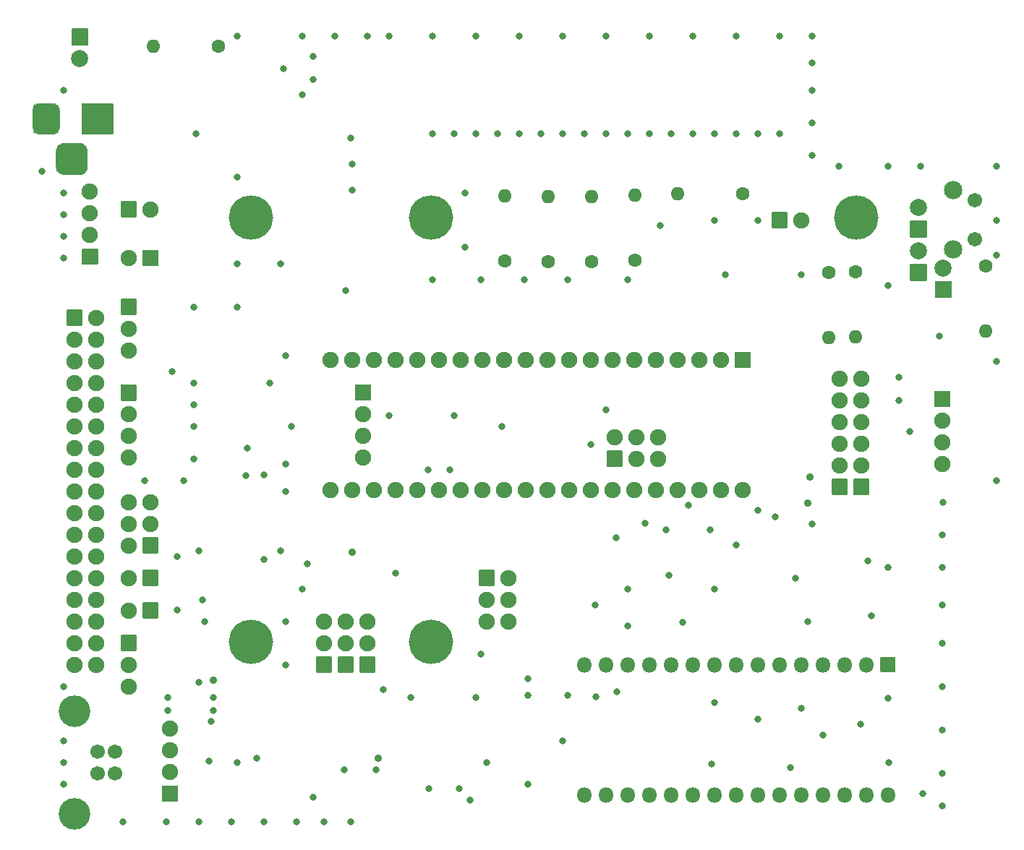
<source format=gbr>
G04 #@! TF.GenerationSoftware,KiCad,Pcbnew,(5.1.9)-1*
G04 #@! TF.CreationDate,2021-03-28T09:01:11+01:00*
G04 #@! TF.ProjectId,Greaseweazle F1 Gotek Rev 2B,47726561-7365-4776-9561-7a6c65204631,2B*
G04 #@! TF.SameCoordinates,PX6312cb0PY6bcb370*
G04 #@! TF.FileFunction,Soldermask,Bot*
G04 #@! TF.FilePolarity,Negative*
%FSLAX46Y46*%
G04 Gerber Fmt 4.6, Leading zero omitted, Abs format (unit mm)*
G04 Created by KiCad (PCBNEW (5.1.9)-1) date 2021-03-28 09:01:11*
%MOMM*%
%LPD*%
G01*
G04 APERTURE LIST*
%ADD10C,1.900000*%
%ADD11O,1.900000X1.900000*%
%ADD12C,2.000000*%
%ADD13C,5.200000*%
%ADD14C,1.600000*%
%ADD15O,1.600000X1.600000*%
%ADD16O,1.800000X1.800000*%
%ADD17C,1.701140*%
%ADD18C,3.700120*%
%ADD19C,2.150000*%
%ADD20C,1.708000*%
%ADD21C,0.800000*%
%ADD22C,0.900000*%
%ADD23C,0.100000*%
G04 APERTURE END LIST*
D10*
X57150000Y26657300D03*
X59690000Y26657300D03*
X62230000Y26593800D03*
G36*
G01*
X56300000Y25067300D02*
X58000000Y25067300D01*
G75*
G02*
X58100000Y24967300I0J-100000D01*
G01*
X58100000Y23267300D01*
G75*
G02*
X58000000Y23167300I-100000J0D01*
G01*
X56300000Y23167300D01*
G75*
G02*
X56200000Y23267300I0J100000D01*
G01*
X56200000Y24967300D01*
G75*
G02*
X56300000Y25067300I100000J0D01*
G01*
G37*
X62230000Y24117300D03*
X59690000Y24117300D03*
X23876000Y35687000D03*
X23876000Y20447000D03*
X26416000Y35687000D03*
X26416000Y20447000D03*
X28956000Y35687000D03*
X28956000Y20447000D03*
X31496000Y35687000D03*
X31496000Y20447000D03*
X34036000Y35687000D03*
X34036000Y20447000D03*
X36576000Y35687000D03*
X36576000Y20447000D03*
X39116000Y35687000D03*
X39116000Y20447000D03*
X41656000Y35687000D03*
X41656000Y20447000D03*
X44196000Y35687000D03*
X44196000Y20447000D03*
X46736000Y35687000D03*
X46736000Y20447000D03*
X49276000Y35687000D03*
X49276000Y20447000D03*
X51816000Y35687000D03*
X51816000Y20447000D03*
X54356000Y35687000D03*
X54356000Y20447000D03*
X56896000Y35687000D03*
X56896000Y20447000D03*
X59436000Y35687000D03*
X59436000Y20447000D03*
X61976000Y35687000D03*
X61976000Y20447000D03*
X64516000Y35687000D03*
X64516000Y20447000D03*
X67056000Y35687000D03*
X67056000Y20447000D03*
X69596000Y35687000D03*
X69596000Y20447000D03*
G36*
G01*
X71286000Y36637000D02*
X72986000Y36637000D01*
G75*
G02*
X73086000Y36537000I0J-100000D01*
G01*
X73086000Y34837000D01*
G75*
G02*
X72986000Y34737000I-100000J0D01*
G01*
X71286000Y34737000D01*
G75*
G02*
X71186000Y34837000I0J100000D01*
G01*
X71186000Y36537000D01*
G75*
G02*
X71286000Y36637000I100000J0D01*
G01*
G37*
X72136000Y20447000D03*
X27686000Y24257000D03*
X27686000Y26797000D03*
X27686000Y29337000D03*
G36*
G01*
X26836000Y32827000D02*
X28536000Y32827000D01*
G75*
G02*
X28636000Y32727000I0J-100000D01*
G01*
X28636000Y31027000D01*
G75*
G02*
X28536000Y30927000I-100000J0D01*
G01*
X26836000Y30927000D01*
G75*
G02*
X26736000Y31027000I0J100000D01*
G01*
X26736000Y32727000D01*
G75*
G02*
X26836000Y32827000I100000J0D01*
G01*
G37*
X83489800Y33528000D03*
X83489800Y30988000D03*
X83489800Y28448000D03*
X83489800Y25908000D03*
X83489800Y23368000D03*
G36*
G01*
X82539800Y19978000D02*
X82539800Y21678000D01*
G75*
G02*
X82639800Y21778000I100000J0D01*
G01*
X84339800Y21778000D01*
G75*
G02*
X84439800Y21678000I0J-100000D01*
G01*
X84439800Y19978000D01*
G75*
G02*
X84339800Y19878000I-100000J0D01*
G01*
X82639800Y19878000D01*
G75*
G02*
X82539800Y19978000I0J100000D01*
G01*
G37*
D11*
X254000Y10160000D03*
G36*
G01*
X1944000Y11110000D02*
X3644000Y11110000D01*
G75*
G02*
X3744000Y11010000I0J-100000D01*
G01*
X3744000Y9310000D01*
G75*
G02*
X3644000Y9210000I-100000J0D01*
G01*
X1944000Y9210000D01*
G75*
G02*
X1844000Y9310000I0J100000D01*
G01*
X1844000Y11010000D01*
G75*
G02*
X1944000Y11110000I100000J0D01*
G01*
G37*
X254000Y6350000D03*
G36*
G01*
X1944000Y7300000D02*
X3644000Y7300000D01*
G75*
G02*
X3744000Y7200000I0J-100000D01*
G01*
X3744000Y5500000D01*
G75*
G02*
X3644000Y5400000I-100000J0D01*
G01*
X1944000Y5400000D01*
G75*
G02*
X1844000Y5500000I0J100000D01*
G01*
X1844000Y7200000D01*
G75*
G02*
X1944000Y7300000I100000J0D01*
G01*
G37*
D10*
X86014000Y33528000D03*
X86014000Y30988000D03*
X86014000Y28448000D03*
X86014000Y25908000D03*
X86014000Y23368000D03*
G36*
G01*
X85064000Y19978000D02*
X85064000Y21678000D01*
G75*
G02*
X85164000Y21778000I100000J0D01*
G01*
X86864000Y21778000D01*
G75*
G02*
X86964000Y21678000I0J-100000D01*
G01*
X86964000Y19978000D01*
G75*
G02*
X86864000Y19878000I-100000J0D01*
G01*
X85164000Y19878000D01*
G75*
G02*
X85064000Y19978000I0J100000D01*
G01*
G37*
D11*
X2794000Y53340000D03*
G36*
G01*
X1104000Y52390000D02*
X-596000Y52390000D01*
G75*
G02*
X-696000Y52490000I0J100000D01*
G01*
X-696000Y54190000D01*
G75*
G02*
X-596000Y54290000I100000J0D01*
G01*
X1104000Y54290000D01*
G75*
G02*
X1204000Y54190000I0J-100000D01*
G01*
X1204000Y52490000D01*
G75*
G02*
X1104000Y52390000I-100000J0D01*
G01*
G37*
G36*
G01*
X-6348300Y74533000D02*
X-4548300Y74533000D01*
G75*
G02*
X-4448300Y74433000I0J-100000D01*
G01*
X-4448300Y72633000D01*
G75*
G02*
X-4548300Y72533000I-100000J0D01*
G01*
X-6348300Y72533000D01*
G75*
G02*
X-6448300Y72633000I0J100000D01*
G01*
X-6448300Y74433000D01*
G75*
G02*
X-6348300Y74533000I100000J0D01*
G01*
G37*
D12*
X-5448300Y70993000D03*
D11*
X5080000Y-7493000D03*
X5080000Y-10033000D03*
X5080000Y-12573000D03*
G36*
G01*
X6030000Y-14263000D02*
X6030000Y-15963000D01*
G75*
G02*
X5930000Y-16063000I-100000J0D01*
G01*
X4230000Y-16063000D01*
G75*
G02*
X4130000Y-15963000I0J100000D01*
G01*
X4130000Y-14263000D01*
G75*
G02*
X4230000Y-14163000I100000J0D01*
G01*
X5930000Y-14163000D01*
G75*
G02*
X6030000Y-14263000I0J-100000D01*
G01*
G37*
D13*
X85471000Y52387500D03*
X35687000Y2667000D03*
X14605000Y2667000D03*
X35687000Y52387500D03*
X14605000Y52387500D03*
D14*
X44259500Y47307500D03*
D15*
X44259500Y54927500D03*
X49403000Y54864000D03*
D14*
X49403000Y47244000D03*
X54483000Y47244000D03*
D15*
X54483000Y54864000D03*
X59563000Y54991000D03*
D14*
X59563000Y47371000D03*
D15*
X64528700Y55156100D03*
D14*
X72148700Y55156100D03*
X82219800Y45948600D03*
D15*
X82219800Y38328600D03*
X85369400Y38404800D03*
D14*
X85369400Y46024800D03*
X100584000Y46736000D03*
D15*
X100584000Y39116000D03*
X3136900Y72453500D03*
D14*
X10756900Y72453500D03*
D11*
X254000Y47625000D03*
G36*
G01*
X1944000Y48575000D02*
X3644000Y48575000D01*
G75*
G02*
X3744000Y48475000I0J-100000D01*
G01*
X3744000Y46775000D01*
G75*
G02*
X3644000Y46675000I-100000J0D01*
G01*
X1944000Y46675000D01*
G75*
G02*
X1844000Y46775000I0J100000D01*
G01*
X1844000Y48475000D01*
G75*
G02*
X1944000Y48575000I100000J0D01*
G01*
G37*
X-4267200Y55397400D03*
X-4267200Y52857400D03*
X-4267200Y50317400D03*
G36*
G01*
X-3317200Y48627400D02*
X-3317200Y46927400D01*
G75*
G02*
X-3417200Y46827400I-100000J0D01*
G01*
X-5117200Y46827400D01*
G75*
G02*
X-5217200Y46927400I0J100000D01*
G01*
X-5217200Y48627400D01*
G75*
G02*
X-5117200Y48727400I100000J0D01*
G01*
X-3417200Y48727400D01*
G75*
G02*
X-3317200Y48627400I0J-100000D01*
G01*
G37*
G36*
G01*
X-696000Y31001600D02*
X-696000Y32701600D01*
G75*
G02*
X-596000Y32801600I100000J0D01*
G01*
X1104000Y32801600D01*
G75*
G02*
X1204000Y32701600I0J-100000D01*
G01*
X1204000Y31001600D01*
G75*
G02*
X1104000Y30901600I-100000J0D01*
G01*
X-596000Y30901600D01*
G75*
G02*
X-696000Y31001600I0J100000D01*
G01*
G37*
X254000Y29311600D03*
X254000Y26771600D03*
X254000Y24231600D03*
X254000Y36830000D03*
X254000Y39370000D03*
G36*
G01*
X-696000Y41060000D02*
X-696000Y42760000D01*
G75*
G02*
X-596000Y42860000I100000J0D01*
G01*
X1104000Y42860000D01*
G75*
G02*
X1204000Y42760000I0J-100000D01*
G01*
X1204000Y41060000D01*
G75*
G02*
X1104000Y40960000I-100000J0D01*
G01*
X-596000Y40960000D01*
G75*
G02*
X-696000Y41060000I0J100000D01*
G01*
G37*
G36*
G01*
X77304000Y51120000D02*
X75604000Y51120000D01*
G75*
G02*
X75504000Y51220000I0J100000D01*
G01*
X75504000Y52920000D01*
G75*
G02*
X75604000Y53020000I100000J0D01*
G01*
X77304000Y53020000D01*
G75*
G02*
X77404000Y52920000I0J-100000D01*
G01*
X77404000Y51220000D01*
G75*
G02*
X77304000Y51120000I-100000J0D01*
G01*
G37*
X78994000Y52070000D03*
G36*
G01*
X88354000Y900000D02*
X89954000Y900000D01*
G75*
G02*
X90054000Y800000I0J-100000D01*
G01*
X90054000Y-800000D01*
G75*
G02*
X89954000Y-900000I-100000J0D01*
G01*
X88354000Y-900000D01*
G75*
G02*
X88254000Y-800000I0J100000D01*
G01*
X88254000Y800000D01*
G75*
G02*
X88354000Y900000I100000J0D01*
G01*
G37*
D16*
X56134000Y-15240000D03*
X86614000Y0D03*
X58674000Y-15240000D03*
X84074000Y0D03*
X61214000Y-15240000D03*
X81534000Y0D03*
X63754000Y-15240000D03*
X78994000Y0D03*
X66294000Y-15240000D03*
X76454000Y0D03*
X68834000Y-15240000D03*
X73914000Y0D03*
X71374000Y-15240000D03*
X71374000Y0D03*
X73914000Y-15240000D03*
X68834000Y0D03*
X76454000Y-15240000D03*
X66294000Y0D03*
X78994000Y-15240000D03*
X63754000Y0D03*
X81534000Y-15240000D03*
X61214000Y0D03*
X84074000Y-15240000D03*
X58674000Y0D03*
X86614000Y-15240000D03*
X56134000Y0D03*
X89154000Y-15240000D03*
X53594000Y0D03*
X53594000Y-15240000D03*
D17*
X-3378200Y-10225400D03*
X-3378200Y-12714600D03*
X-1371600Y-12714600D03*
X-1371600Y-10225400D03*
D18*
X-6096000Y-5450200D03*
X-6096000Y-17489800D03*
G36*
G01*
X29144000Y850000D02*
X29144000Y-850000D01*
G75*
G02*
X29044000Y-950000I-100000J0D01*
G01*
X27344000Y-950000D01*
G75*
G02*
X27244000Y-850000I0J100000D01*
G01*
X27244000Y850000D01*
G75*
G02*
X27344000Y950000I100000J0D01*
G01*
X29044000Y950000D01*
G75*
G02*
X29144000Y850000I0J-100000D01*
G01*
G37*
D11*
X28194000Y2540000D03*
X28194000Y5080000D03*
G36*
G01*
X26604000Y850000D02*
X26604000Y-850000D01*
G75*
G02*
X26504000Y-950000I-100000J0D01*
G01*
X24804000Y-950000D01*
G75*
G02*
X24704000Y-850000I0J100000D01*
G01*
X24704000Y850000D01*
G75*
G02*
X24804000Y950000I100000J0D01*
G01*
X26504000Y950000D01*
G75*
G02*
X26604000Y850000I0J-100000D01*
G01*
G37*
X25654000Y2540000D03*
X25654000Y5080000D03*
G36*
G01*
X24064000Y850000D02*
X24064000Y-850000D01*
G75*
G02*
X23964000Y-950000I-100000J0D01*
G01*
X22264000Y-950000D01*
G75*
G02*
X22164000Y-850000I0J100000D01*
G01*
X22164000Y850000D01*
G75*
G02*
X22264000Y950000I100000J0D01*
G01*
X23964000Y950000D01*
G75*
G02*
X24064000Y850000I0J-100000D01*
G01*
G37*
X23114000Y2540000D03*
X23114000Y5080000D03*
G36*
G01*
X-696000Y1690000D02*
X-696000Y3390000D01*
G75*
G02*
X-596000Y3490000I100000J0D01*
G01*
X1104000Y3490000D01*
G75*
G02*
X1204000Y3390000I0J-100000D01*
G01*
X1204000Y1690000D01*
G75*
G02*
X1104000Y1590000I-100000J0D01*
G01*
X-596000Y1590000D01*
G75*
G02*
X-696000Y1690000I0J100000D01*
G01*
G37*
X254000Y0D03*
X254000Y-2540000D03*
G36*
G01*
X41214000Y9310000D02*
X41214000Y11010000D01*
G75*
G02*
X41314000Y11110000I100000J0D01*
G01*
X43014000Y11110000D01*
G75*
G02*
X43114000Y11010000I0J-100000D01*
G01*
X43114000Y9310000D01*
G75*
G02*
X43014000Y9210000I-100000J0D01*
G01*
X41314000Y9210000D01*
G75*
G02*
X41214000Y9310000I0J100000D01*
G01*
G37*
X44704000Y10160000D03*
X42164000Y7620000D03*
X44704000Y7620000D03*
X42164000Y5080000D03*
X44704000Y5080000D03*
G36*
G01*
X3744000Y14820000D02*
X3744000Y13120000D01*
G75*
G02*
X3644000Y13020000I-100000J0D01*
G01*
X1944000Y13020000D01*
G75*
G02*
X1844000Y13120000I0J100000D01*
G01*
X1844000Y14820000D01*
G75*
G02*
X1944000Y14920000I100000J0D01*
G01*
X3644000Y14920000D01*
G75*
G02*
X3744000Y14820000I0J-100000D01*
G01*
G37*
X254000Y13970000D03*
X2794000Y16510000D03*
X254000Y16510000D03*
X2794000Y19050000D03*
X254000Y19050000D03*
G36*
G01*
X-5248000Y62169100D02*
X-5248000Y65669100D01*
G75*
G02*
X-5148000Y65769100I100000J0D01*
G01*
X-1648000Y65769100D01*
G75*
G02*
X-1548000Y65669100I0J-100000D01*
G01*
X-1548000Y62169100D01*
G75*
G02*
X-1648000Y62069100I-100000J0D01*
G01*
X-5148000Y62069100D01*
G75*
G02*
X-5248000Y62169100I0J100000D01*
G01*
G37*
G36*
G01*
X-10998000Y62869100D02*
X-10998000Y64969100D01*
G75*
G02*
X-10198000Y65769100I800000J0D01*
G01*
X-8598000Y65769100D01*
G75*
G02*
X-7798000Y64969100I0J-800000D01*
G01*
X-7798000Y62869100D01*
G75*
G02*
X-8598000Y62069100I-800000J0D01*
G01*
X-10198000Y62069100D01*
G75*
G02*
X-10998000Y62869100I0J800000D01*
G01*
G37*
G36*
G01*
X-8248000Y58294100D02*
X-8248000Y60144100D01*
G75*
G02*
X-7323000Y61069100I925000J0D01*
G01*
X-5473000Y61069100D01*
G75*
G02*
X-4548000Y60144100I0J-925000D01*
G01*
X-4548000Y58294100D01*
G75*
G02*
X-5473000Y57369100I-925000J0D01*
G01*
X-7323000Y57369100D01*
G75*
G02*
X-8248000Y58294100I0J925000D01*
G01*
G37*
G36*
G01*
X96531000Y42942000D02*
X94731000Y42942000D01*
G75*
G02*
X94631000Y43042000I0J100000D01*
G01*
X94631000Y44842000D01*
G75*
G02*
X94731000Y44942000I100000J0D01*
G01*
X96531000Y44942000D01*
G75*
G02*
X96631000Y44842000I0J-100000D01*
G01*
X96631000Y43042000D01*
G75*
G02*
X96531000Y42942000I-100000J0D01*
G01*
G37*
D12*
X95631000Y46482000D03*
G36*
G01*
X94554000Y30265000D02*
X94554000Y31965000D01*
G75*
G02*
X94654000Y32065000I100000J0D01*
G01*
X96354000Y32065000D01*
G75*
G02*
X96454000Y31965000I0J-100000D01*
G01*
X96454000Y30265000D01*
G75*
G02*
X96354000Y30165000I-100000J0D01*
G01*
X94654000Y30165000D01*
G75*
G02*
X94554000Y30265000I0J100000D01*
G01*
G37*
D11*
X95504000Y28575000D03*
X95504000Y26035000D03*
X95504000Y23495000D03*
G36*
G01*
X93610000Y44948600D02*
X91810000Y44948600D01*
G75*
G02*
X91710000Y45048600I0J100000D01*
G01*
X91710000Y46848600D01*
G75*
G02*
X91810000Y46948600I100000J0D01*
G01*
X93610000Y46948600D01*
G75*
G02*
X93710000Y46848600I0J-100000D01*
G01*
X93710000Y45048600D01*
G75*
G02*
X93610000Y44948600I-100000J0D01*
G01*
G37*
D12*
X92710000Y48488600D03*
G36*
G01*
X93610000Y50003200D02*
X91810000Y50003200D01*
G75*
G02*
X91710000Y50103200I0J100000D01*
G01*
X91710000Y51903200D01*
G75*
G02*
X91810000Y52003200I100000J0D01*
G01*
X93610000Y52003200D01*
G75*
G02*
X93710000Y51903200I0J-100000D01*
G01*
X93710000Y50103200D01*
G75*
G02*
X93610000Y50003200I-100000J0D01*
G01*
G37*
X92710000Y53543200D03*
D19*
X96814000Y55620800D03*
X96814000Y48620800D03*
D20*
X99314000Y54395800D03*
X99314000Y49845800D03*
G36*
G01*
X-7046000Y39790000D02*
X-7046000Y41490000D01*
G75*
G02*
X-6946000Y41590000I100000J0D01*
G01*
X-5246000Y41590000D01*
G75*
G02*
X-5146000Y41490000I0J-100000D01*
G01*
X-5146000Y39790000D01*
G75*
G02*
X-5246000Y39690000I-100000J0D01*
G01*
X-6946000Y39690000D01*
G75*
G02*
X-7046000Y39790000I0J100000D01*
G01*
G37*
D11*
X-3556000Y40640000D03*
X-6096000Y38100000D03*
X-3556000Y38100000D03*
X-6096000Y35560000D03*
X-3556000Y35560000D03*
X-6096000Y33020000D03*
X-3556000Y33020000D03*
X-6096000Y30480000D03*
X-3556000Y30480000D03*
X-6096000Y27940000D03*
X-3556000Y27940000D03*
X-6096000Y25400000D03*
X-3556000Y25400000D03*
X-6096000Y22860000D03*
X-3556000Y22860000D03*
X-6096000Y20320000D03*
X-3556000Y20320000D03*
X-6096000Y17780000D03*
X-3556000Y17780000D03*
X-6096000Y15240000D03*
X-3556000Y15240000D03*
X-6096000Y12700000D03*
X-3556000Y12700000D03*
X-6096000Y10160000D03*
X-3556000Y10160000D03*
X-6096000Y7620000D03*
X-3556000Y7620000D03*
X-6096000Y5080000D03*
X-3556000Y5080000D03*
X-6096000Y2540000D03*
X-3556000Y2540000D03*
X-6096000Y0D03*
X-3556000Y0D03*
D21*
X95631000Y19050000D03*
X95504000Y-16510000D03*
X65760600Y18643600D03*
X68376800Y15773400D03*
X95504000Y-7620000D03*
X95504000Y2540000D03*
X95504000Y11430000D03*
X12954000Y73660000D03*
X80264000Y73660000D03*
X80264000Y59690000D03*
X80264000Y67310000D03*
X101854000Y58420000D03*
X71374000Y73660000D03*
X89154000Y58420000D03*
X101854000Y35560000D03*
X101854000Y21590000D03*
X101854000Y48006000D03*
X63500000Y10439400D03*
X43992800Y27914600D03*
X54406800Y25781000D03*
X54864000Y6985000D03*
X73914000Y52070000D03*
X95173800Y38506400D03*
X68834000Y8890000D03*
X89281000Y-11430000D03*
X89154000Y-3937000D03*
X73914000Y-6350000D03*
X51054000Y-8890000D03*
X42164000Y-11430000D03*
X40894000Y-3810000D03*
X21844000Y-15494000D03*
X-7366000Y-11430000D03*
X20574000Y8890000D03*
X6731000Y21590000D03*
X68834000Y52070000D03*
X89154000Y44450000D03*
X65151000Y4953000D03*
X58674000Y8890000D03*
X30734000Y29210000D03*
X89154000Y11430000D03*
X33274000Y-3810000D03*
X30099000Y-2921000D03*
X31496000Y10693400D03*
X46964600Y-3606800D03*
X47040800Y-14046200D03*
X68478400Y-11633200D03*
X90424000Y30988000D03*
X38354000Y29210000D03*
X20574000Y73660000D03*
X24384000Y73660000D03*
X28194000Y73660000D03*
X30734000Y73660000D03*
X86817200Y12115800D03*
X79730600Y5080000D03*
X61214000Y62230000D03*
X58674000Y62230000D03*
X56134000Y62230000D03*
X53594000Y62230000D03*
X51054000Y62230000D03*
X48514000Y62230000D03*
X45974000Y62230000D03*
X43434000Y62230000D03*
X40894000Y62230000D03*
X38354000Y62230000D03*
X35814000Y62230000D03*
X35814000Y73660000D03*
X40894000Y73660000D03*
X45974000Y73660000D03*
X51054000Y73660000D03*
X56134000Y73660000D03*
X61214000Y73660000D03*
X66294000Y73660000D03*
X76454000Y73660000D03*
X80264000Y63500000D03*
X80264000Y70485000D03*
X83439000Y58420000D03*
X92964000Y58420000D03*
X101854000Y52070000D03*
X95504000Y15240000D03*
X95504000Y6985000D03*
X95504000Y-2540000D03*
X95504000Y-12700000D03*
X-381000Y-18415000D03*
X4699000Y-18415000D03*
X8509000Y-18415000D03*
X12319000Y-18415000D03*
X16129000Y-18415000D03*
X19939000Y-18415000D03*
X23114000Y-18415000D03*
X26289000Y-18415000D03*
X-7366000Y-8890000D03*
X-7366000Y-13970000D03*
X-7366000Y-2540000D03*
X-7366000Y47625000D03*
X-7366000Y50165000D03*
X-7366000Y52705000D03*
X-7366000Y55245000D03*
X-9906000Y57785000D03*
X-7366000Y67310000D03*
X81534000Y-8255000D03*
X56134000Y29845000D03*
X12954000Y46990000D03*
X12954000Y41910000D03*
X7874000Y41910000D03*
X39624000Y55245000D03*
X39624000Y48895000D03*
X62484000Y51435000D03*
X87249000Y5715000D03*
X78359000Y10160000D03*
X80264000Y16510000D03*
X91694000Y27305000D03*
X41529000Y1270000D03*
X18669000Y0D03*
X18669000Y5080000D03*
X9906000Y-6604000D03*
X40259000Y-15875000D03*
X25654000Y43815000D03*
X18669000Y36195000D03*
X51689000Y45085000D03*
X46609000Y45085000D03*
X58674000Y45085000D03*
X41529000Y45085000D03*
X35814000Y45085000D03*
X70104000Y45720000D03*
X78994000Y45720000D03*
X90424000Y33655000D03*
X7874000Y33020000D03*
X16764000Y33020000D03*
X7874000Y30480000D03*
X7874000Y27940000D03*
X7874000Y24130000D03*
X18669000Y23495000D03*
X19304000Y27940000D03*
X18669000Y20320000D03*
X18034000Y13335000D03*
X21209000Y11811000D03*
X8509000Y13335000D03*
X9144000Y5080000D03*
X2159000Y21590000D03*
X77724000Y-12065000D03*
X78994000Y-5080000D03*
X68834000Y-4445000D03*
X85979000Y-6985000D03*
X58724800Y4495800D03*
X12954000Y57150000D03*
X18034000Y46990000D03*
X9702800Y-11303000D03*
X12954000Y-11430000D03*
X26289000Y61722000D03*
X26416000Y58674000D03*
X26416000Y55626000D03*
X21844000Y68580000D03*
X21844000Y71247000D03*
X20574000Y66802000D03*
X18415000Y69850000D03*
X63754000Y62230000D03*
X66294000Y62230000D03*
X68834000Y62230000D03*
X71374000Y62230000D03*
X73914000Y62230000D03*
X76454000Y62230000D03*
X8128000Y62230000D03*
X15240000Y-10922000D03*
X29210000Y-12319000D03*
X25527000Y-12319000D03*
X35433000Y-14478000D03*
X38989000Y-14478000D03*
X8509000Y-2032000D03*
D22*
X79730602Y18948398D03*
D21*
X93218000Y-15113000D03*
X71374000Y14046200D03*
X5905500Y6413500D03*
X14020800Y22123398D03*
X8890000Y7620000D03*
X16129000Y22225002D03*
X16129000Y12344401D03*
X4851400Y-3810000D03*
X10160001Y-3810001D03*
X57353200Y14859000D03*
X5969000Y12700000D03*
X75946000Y17297404D03*
X73914000Y18074010D03*
X5359400Y34315400D03*
X4826000Y-5334000D03*
X10160000Y-5334000D03*
X14122402Y25400000D03*
X35305990Y22860000D03*
X37846000Y22860000D03*
D22*
X26416000Y13208000D03*
D21*
X60680600Y16560800D03*
X63201001Y15830001D03*
D22*
X10160000Y-1778000D03*
D21*
X46990000Y-1651000D03*
D22*
X80060806Y21945600D03*
D21*
X54940200Y-3759140D03*
X57404000Y-3175000D03*
D22*
X29464000Y-10922000D03*
D21*
X51638200Y-3606760D03*
D23*
G36*
X-8246010Y58294296D02*
G01*
X-8228256Y58114036D01*
X-8175732Y57940887D01*
X-8090438Y57781314D01*
X-7975653Y57641447D01*
X-7835786Y57526662D01*
X-7676213Y57441368D01*
X-7503064Y57388844D01*
X-7322804Y57371090D01*
X-7321178Y57369925D01*
X-7321374Y57367935D01*
X-7323000Y57367100D01*
X-7379360Y57367100D01*
X-7379556Y57367110D01*
X-7553841Y57384276D01*
X-7554226Y57384352D01*
X-7715917Y57433400D01*
X-7716279Y57433550D01*
X-7865282Y57513194D01*
X-7865608Y57513412D01*
X-7996220Y57620603D01*
X-7996497Y57620880D01*
X-8103688Y57751492D01*
X-8103906Y57751818D01*
X-8183550Y57900821D01*
X-8183700Y57901183D01*
X-8232748Y58062874D01*
X-8232824Y58063259D01*
X-8249990Y58237544D01*
X-8250000Y58237740D01*
X-8250000Y58294100D01*
X-8249000Y58295832D01*
X-8247000Y58295832D01*
X-8246010Y58294296D01*
G37*
G36*
X-4546835Y58295726D02*
G01*
X-4546000Y58294100D01*
X-4546000Y58237740D01*
X-4546010Y58237544D01*
X-4563176Y58063259D01*
X-4563252Y58062874D01*
X-4612300Y57901183D01*
X-4612450Y57900821D01*
X-4692094Y57751818D01*
X-4692312Y57751492D01*
X-4799503Y57620880D01*
X-4799780Y57620603D01*
X-4930392Y57513412D01*
X-4930718Y57513194D01*
X-5079721Y57433550D01*
X-5080083Y57433400D01*
X-5241774Y57384352D01*
X-5242159Y57384276D01*
X-5416444Y57367110D01*
X-5416640Y57367100D01*
X-5473000Y57367100D01*
X-5474732Y57368100D01*
X-5474732Y57370100D01*
X-5473196Y57371090D01*
X-5292936Y57388844D01*
X-5119787Y57441368D01*
X-4960214Y57526662D01*
X-4820347Y57641447D01*
X-4705562Y57781314D01*
X-4620268Y57940887D01*
X-4567744Y58114036D01*
X-4549990Y58294296D01*
X-4548825Y58295922D01*
X-4546835Y58295726D01*
G37*
G36*
X-7321268Y61070100D02*
G01*
X-7321268Y61068100D01*
X-7322804Y61067110D01*
X-7503064Y61049356D01*
X-7676213Y60996832D01*
X-7835786Y60911538D01*
X-7975653Y60796753D01*
X-8090438Y60656886D01*
X-8175732Y60497313D01*
X-8228256Y60324164D01*
X-8246010Y60143904D01*
X-8247175Y60142278D01*
X-8249165Y60142474D01*
X-8250000Y60144100D01*
X-8250000Y60200460D01*
X-8249990Y60200656D01*
X-8232824Y60374941D01*
X-8232748Y60375326D01*
X-8183700Y60537017D01*
X-8183550Y60537379D01*
X-8103906Y60686382D01*
X-8103688Y60686708D01*
X-7996497Y60817320D01*
X-7996220Y60817597D01*
X-7865608Y60924788D01*
X-7865282Y60925006D01*
X-7716279Y61004650D01*
X-7715917Y61004800D01*
X-7554226Y61053848D01*
X-7553841Y61053924D01*
X-7379556Y61071090D01*
X-7379360Y61071100D01*
X-7323000Y61071100D01*
X-7321268Y61070100D01*
G37*
G36*
X-5416444Y61071090D02*
G01*
X-5242159Y61053924D01*
X-5241774Y61053848D01*
X-5080083Y61004800D01*
X-5079721Y61004650D01*
X-4930718Y60925006D01*
X-4930392Y60924788D01*
X-4799780Y60817597D01*
X-4799503Y60817320D01*
X-4692312Y60686708D01*
X-4692094Y60686382D01*
X-4612450Y60537379D01*
X-4612300Y60537017D01*
X-4563252Y60375326D01*
X-4563176Y60374941D01*
X-4546010Y60200656D01*
X-4546000Y60200460D01*
X-4546000Y60144100D01*
X-4547000Y60142368D01*
X-4549000Y60142368D01*
X-4549990Y60143904D01*
X-4567744Y60324164D01*
X-4620268Y60497313D01*
X-4705562Y60656886D01*
X-4820347Y60796753D01*
X-4960214Y60911538D01*
X-5119787Y60996832D01*
X-5292936Y61049356D01*
X-5473196Y61067110D01*
X-5474822Y61068275D01*
X-5474626Y61070265D01*
X-5473000Y61071100D01*
X-5416640Y61071100D01*
X-5416444Y61071090D01*
G37*
G36*
X-10996010Y62869296D02*
G01*
X-10980658Y62713423D01*
X-10935247Y62563722D01*
X-10861505Y62425760D01*
X-10762264Y62304836D01*
X-10641340Y62205595D01*
X-10503378Y62131853D01*
X-10353677Y62086442D01*
X-10197804Y62071090D01*
X-10196178Y62069925D01*
X-10196374Y62067935D01*
X-10198000Y62067100D01*
X-10254360Y62067100D01*
X-10254556Y62067110D01*
X-10404455Y62081874D01*
X-10404840Y62081950D01*
X-10543082Y62123885D01*
X-10543444Y62124035D01*
X-10670840Y62192129D01*
X-10671166Y62192347D01*
X-10782833Y62283990D01*
X-10783110Y62284267D01*
X-10874753Y62395934D01*
X-10874971Y62396260D01*
X-10943065Y62523656D01*
X-10943215Y62524018D01*
X-10985150Y62662260D01*
X-10985226Y62662645D01*
X-10999990Y62812544D01*
X-11000000Y62812740D01*
X-11000000Y62869100D01*
X-10999000Y62870832D01*
X-10997000Y62870832D01*
X-10996010Y62869296D01*
G37*
G36*
X-7796835Y62870726D02*
G01*
X-7796000Y62869100D01*
X-7796000Y62812740D01*
X-7796010Y62812544D01*
X-7810774Y62662645D01*
X-7810850Y62662260D01*
X-7852785Y62524018D01*
X-7852935Y62523656D01*
X-7921029Y62396260D01*
X-7921247Y62395934D01*
X-8012890Y62284267D01*
X-8013167Y62283990D01*
X-8124834Y62192347D01*
X-8125160Y62192129D01*
X-8252556Y62124035D01*
X-8252918Y62123885D01*
X-8391160Y62081950D01*
X-8391545Y62081874D01*
X-8541444Y62067110D01*
X-8541640Y62067100D01*
X-8598000Y62067100D01*
X-8599732Y62068100D01*
X-8599732Y62070100D01*
X-8598196Y62071090D01*
X-8442323Y62086442D01*
X-8292622Y62131853D01*
X-8154660Y62205595D01*
X-8033736Y62304836D01*
X-7934495Y62425760D01*
X-7860753Y62563722D01*
X-7815342Y62713423D01*
X-7799990Y62869296D01*
X-7798825Y62870922D01*
X-7796835Y62870726D01*
G37*
G36*
X-10196268Y65770100D02*
G01*
X-10196268Y65768100D01*
X-10197804Y65767110D01*
X-10353677Y65751758D01*
X-10503378Y65706347D01*
X-10641340Y65632605D01*
X-10762264Y65533364D01*
X-10861505Y65412440D01*
X-10935247Y65274478D01*
X-10980658Y65124777D01*
X-10996010Y64968904D01*
X-10997175Y64967278D01*
X-10999165Y64967474D01*
X-11000000Y64969100D01*
X-11000000Y65025460D01*
X-10999990Y65025656D01*
X-10985226Y65175555D01*
X-10985150Y65175940D01*
X-10943215Y65314182D01*
X-10943065Y65314544D01*
X-10874971Y65441940D01*
X-10874753Y65442266D01*
X-10783110Y65553933D01*
X-10782833Y65554210D01*
X-10671166Y65645853D01*
X-10670840Y65646071D01*
X-10543444Y65714165D01*
X-10543082Y65714315D01*
X-10404840Y65756250D01*
X-10404455Y65756326D01*
X-10254556Y65771090D01*
X-10254360Y65771100D01*
X-10198000Y65771100D01*
X-10196268Y65770100D01*
G37*
G36*
X-8541444Y65771090D02*
G01*
X-8391545Y65756326D01*
X-8391160Y65756250D01*
X-8252918Y65714315D01*
X-8252556Y65714165D01*
X-8125160Y65646071D01*
X-8124834Y65645853D01*
X-8013167Y65554210D01*
X-8012890Y65553933D01*
X-7921247Y65442266D01*
X-7921029Y65441940D01*
X-7852935Y65314544D01*
X-7852785Y65314182D01*
X-7810850Y65175940D01*
X-7810774Y65175555D01*
X-7796010Y65025656D01*
X-7796000Y65025460D01*
X-7796000Y64969100D01*
X-7797000Y64967368D01*
X-7799000Y64967368D01*
X-7799990Y64968904D01*
X-7815342Y65124777D01*
X-7860753Y65274478D01*
X-7934495Y65412440D01*
X-8033736Y65533364D01*
X-8154660Y65632605D01*
X-8292622Y65706347D01*
X-8442323Y65751758D01*
X-8598196Y65767110D01*
X-8599822Y65768275D01*
X-8599626Y65770265D01*
X-8598000Y65771100D01*
X-8541640Y65771100D01*
X-8541444Y65771090D01*
G37*
M02*

</source>
